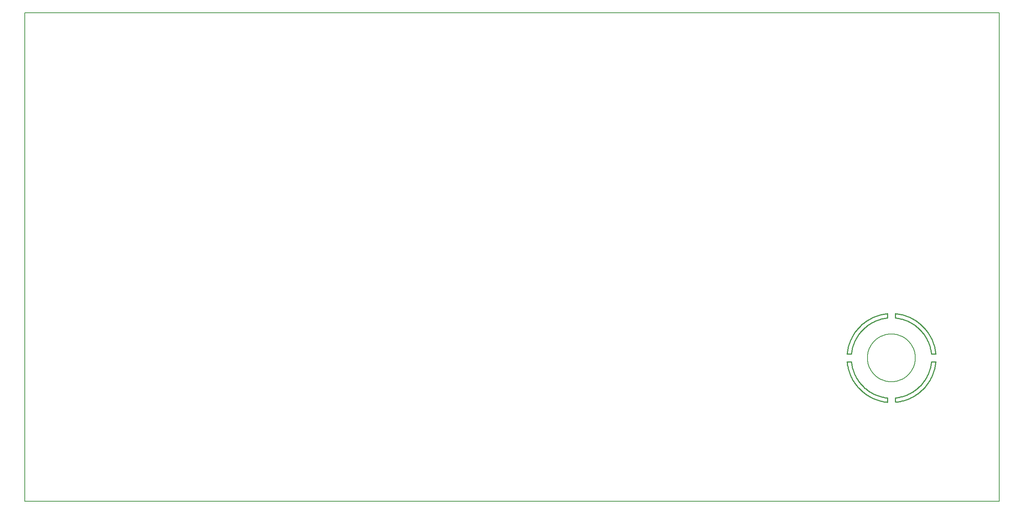
<source format=gko>
G04*
G04 #@! TF.GenerationSoftware,Altium Limited,Altium Designer,21.5.1 (32)*
G04*
G04 Layer_Color=16711935*
%FSLAX25Y25*%
%MOIN*%
G70*
G04*
G04 #@! TF.SameCoordinates,D9A27908-B339-4E15-AEEB-BE0A6D91D8F4*
G04*
G04*
G04 #@! TF.FilePolarity,Positive*
G04*
G01*
G75*
%ADD11C,0.01000*%
%ADD145C,0.00591*%
D11*
X773805Y-342680D02*
X774795Y-342562D01*
X775782Y-342416D01*
X776765Y-342243D01*
X777742Y-342042D01*
X778714Y-341814D01*
X779678Y-341560D01*
X780635Y-341278D01*
X781584Y-340969D01*
X782524Y-340635D01*
X783454Y-340274D01*
X784374Y-339887D01*
X785282Y-339475D01*
X786179Y-339037D01*
X787063Y-338575D01*
X787934Y-338088D01*
X788791Y-337576D01*
X789633Y-337041D01*
X790460Y-336483D01*
X791271Y-335902D01*
X792065Y-335298D01*
X792842Y-334673D01*
X793602Y-334026D01*
X794343Y-333358D01*
X795065Y-332669D01*
X795767Y-331961D01*
X796450Y-331233D01*
X797112Y-330487D01*
X797753Y-329722D01*
X798372Y-328940D01*
X798969Y-328140D01*
X799543Y-327325D01*
X800095Y-326493D01*
X800623Y-325647D01*
X801127Y-324786D01*
X801607Y-323911D01*
X802062Y-323023D01*
X802492Y-322123D01*
X802897Y-321211D01*
X803276Y-320288D01*
X803629Y-319355D01*
X803957Y-318413D01*
X804257Y-317461D01*
X804531Y-316502D01*
X804778Y-315535D01*
X804998Y-314562D01*
X805190Y-313583D01*
X805355Y-312599D01*
X805493Y-311611D01*
X805603Y-310620D01*
X734511Y-310605D02*
X734621Y-311606D01*
X734760Y-312604D01*
X734927Y-313597D01*
X735121Y-314585D01*
X735344Y-315568D01*
X735594Y-316544D01*
X735871Y-317512D01*
X736176Y-318472D01*
X736508Y-319423D01*
X736866Y-320364D01*
X737251Y-321295D01*
X737661Y-322215D01*
X738098Y-323123D01*
X738560Y-324018D01*
X739047Y-324899D01*
X739558Y-325767D01*
X740094Y-326620D01*
X740654Y-327457D01*
X741237Y-328279D01*
X741843Y-329083D01*
X742471Y-329870D01*
X743122Y-330639D01*
X743794Y-331390D01*
X744486Y-332121D01*
X745199Y-332833D01*
X745932Y-333524D01*
X746684Y-334194D01*
X747455Y-334842D01*
X748243Y-335469D01*
X749049Y-336073D01*
X749872Y-336655D01*
X750710Y-337212D01*
X751564Y-337747D01*
X752433Y-338256D01*
X753316Y-338741D01*
X754212Y-339201D01*
X755121Y-339636D01*
X756041Y-340044D01*
X756973Y-340427D01*
X757915Y-340783D01*
X758867Y-341113D01*
X759828Y-341415D01*
X760796Y-341690D01*
X761773Y-341938D01*
X762756Y-342159D01*
X763744Y-342351D01*
X764738Y-342516D01*
X765736Y-342652D01*
X766737Y-342761D01*
X766642Y-271643D02*
X765647Y-271754D01*
X764654Y-271892D01*
X763666Y-272058D01*
X762683Y-272252D01*
X761706Y-272473D01*
X760735Y-272722D01*
X759772Y-272997D01*
X758816Y-273300D01*
X757870Y-273629D01*
X756933Y-273985D01*
X756007Y-274367D01*
X755092Y-274775D01*
X754188Y-275208D01*
X753298Y-275666D01*
X752420Y-276150D01*
X751556Y-276657D01*
X750707Y-277189D01*
X749873Y-277744D01*
X749054Y-278323D01*
X748253Y-278924D01*
X747469Y-279548D01*
X746702Y-280193D01*
X745954Y-280859D01*
X745225Y-281547D01*
X744515Y-282254D01*
X743826Y-282981D01*
X743157Y-283727D01*
X742510Y-284492D01*
X741884Y-285274D01*
X741280Y-286074D01*
X740699Y-286891D01*
X740141Y-287723D01*
X739607Y-288570D01*
X739096Y-289433D01*
X738611Y-290309D01*
X738149Y-291199D01*
X737714Y-292101D01*
X737303Y-293015D01*
X736918Y-293940D01*
X736560Y-294876D01*
X736228Y-295821D01*
X735922Y-296775D01*
X735643Y-297738D01*
X735392Y-298708D01*
X735168Y-299684D01*
X734971Y-300667D01*
X734802Y-301654D01*
X734661Y-302646D01*
X734547Y-303642D01*
X805571Y-303597D02*
X805457Y-302606D01*
X805315Y-301619D01*
X805145Y-300635D01*
X804948Y-299657D01*
X804724Y-298685D01*
X804473Y-297720D01*
X804195Y-296762D01*
X803890Y-295812D01*
X803559Y-294871D01*
X803201Y-293939D01*
X802818Y-293018D01*
X802409Y-292108D01*
X801975Y-291210D01*
X801516Y-290324D01*
X801032Y-289452D01*
X800524Y-288593D01*
X799992Y-287749D01*
X799437Y-286920D01*
X798859Y-286107D01*
X798258Y-285311D01*
X797635Y-284531D01*
X796991Y-283770D01*
X796326Y-283026D01*
X795640Y-282302D01*
X794934Y-281597D01*
X794209Y-280912D01*
X793465Y-280247D01*
X792702Y-279604D01*
X791922Y-278982D01*
X791125Y-278382D01*
X790311Y-277805D01*
X789482Y-277251D01*
X788637Y-276720D01*
X787778Y-276213D01*
X786905Y-275730D01*
X786019Y-275272D01*
X785120Y-274838D01*
X784210Y-274430D01*
X783289Y-274048D01*
X782357Y-273692D01*
X781415Y-273361D01*
X780465Y-273058D01*
X779507Y-272781D01*
X778541Y-272530D01*
X777569Y-272307D01*
X776590Y-272112D01*
X775607Y-271943D01*
X774619Y-271802D01*
X773628Y-271689D01*
X730706Y-310523D02*
X730804Y-311525D01*
X730927Y-312524D01*
X731076Y-313520D01*
X731250Y-314511D01*
X731449Y-315497D01*
X731673Y-316479D01*
X731922Y-317454D01*
X732196Y-318422D01*
X732495Y-319384D01*
X732818Y-320337D01*
X733165Y-321282D01*
X733536Y-322217D01*
X733930Y-323143D01*
X734349Y-324059D01*
X734790Y-324963D01*
X735254Y-325856D01*
X735741Y-326737D01*
X736250Y-327605D01*
X736781Y-328460D01*
X737334Y-329302D01*
X737908Y-330128D01*
X738503Y-330940D01*
X739118Y-331737D01*
X739753Y-332517D01*
X740408Y-333282D01*
X741083Y-334029D01*
X741776Y-334759D01*
X742487Y-335471D01*
X743217Y-336164D01*
X743963Y-336839D01*
X744727Y-337494D01*
X745507Y-338130D01*
X746304Y-338746D01*
X747115Y-339341D01*
X747942Y-339916D01*
X748782Y-340469D01*
X749637Y-341001D01*
X750505Y-341510D01*
X751386Y-341998D01*
X752278Y-342463D01*
X753183Y-342904D01*
X754098Y-343323D01*
X755023Y-343719D01*
X755959Y-344090D01*
X756903Y-344438D01*
X757857Y-344761D01*
X758818Y-345060D01*
X759786Y-345335D01*
X760761Y-345585D01*
X761742Y-345810D01*
X762728Y-346009D01*
X763720Y-346184D01*
X764715Y-346333D01*
X765714Y-346457D01*
X766715Y-346556D01*
X773804Y-346509D02*
X774796Y-346402D01*
X775784Y-346271D01*
X776770Y-346114D01*
X777750Y-345933D01*
X778726Y-345727D01*
X779697Y-345496D01*
X780661Y-345241D01*
X781618Y-344962D01*
X782569Y-344658D01*
X783511Y-344331D01*
X784444Y-343980D01*
X785369Y-343606D01*
X786283Y-343208D01*
X787188Y-342787D01*
X788081Y-342344D01*
X788963Y-341878D01*
X789833Y-341390D01*
X790691Y-340881D01*
X791535Y-340350D01*
X792365Y-339797D01*
X793182Y-339224D01*
X793983Y-338631D01*
X794769Y-338017D01*
X795540Y-337384D01*
X796294Y-336731D01*
X797032Y-336060D01*
X797753Y-335370D01*
X798455Y-334662D01*
X799140Y-333937D01*
X799806Y-333195D01*
X800454Y-332436D01*
X801081Y-331661D01*
X801690Y-330870D01*
X802277Y-330065D01*
X802845Y-329244D01*
X803391Y-328410D01*
X803917Y-327562D01*
X804420Y-326701D01*
X804902Y-325828D01*
X805362Y-324943D01*
X805799Y-324046D01*
X806213Y-323139D01*
X806605Y-322222D01*
X806973Y-321295D01*
X807317Y-320358D01*
X807638Y-319414D01*
X807935Y-318462D01*
X808207Y-317502D01*
X808456Y-316536D01*
X808680Y-315564D01*
X808879Y-314587D01*
X809053Y-313605D01*
X809203Y-312619D01*
X809328Y-311630D01*
X809428Y-310637D01*
X766678Y-267831D02*
X765681Y-267930D01*
X764687Y-268054D01*
X763696Y-268203D01*
X762710Y-268377D01*
X761728Y-268577D01*
X760752Y-268801D01*
X759782Y-269050D01*
X758818Y-269323D01*
X757861Y-269621D01*
X756913Y-269943D01*
X755972Y-270289D01*
X755041Y-270658D01*
X754120Y-271051D01*
X753209Y-271468D01*
X752309Y-271907D01*
X751420Y-272369D01*
X750543Y-272853D01*
X749679Y-273360D01*
X748827Y-273888D01*
X747990Y-274437D01*
X747167Y-275008D01*
X746358Y-275599D01*
X745565Y-276211D01*
X744787Y-276843D01*
X744026Y-277494D01*
X743281Y-278164D01*
X742554Y-278853D01*
X741844Y-279560D01*
X741153Y-280285D01*
X740480Y-281027D01*
X739826Y-281786D01*
X739192Y-282561D01*
X738578Y-283352D01*
X737983Y-284159D01*
X737410Y-284980D01*
X736857Y-285816D01*
X736326Y-286665D01*
X735816Y-287527D01*
X735329Y-288402D01*
X734864Y-289290D01*
X734421Y-290188D01*
X734002Y-291098D01*
X733606Y-292018D01*
X733233Y-292948D01*
X732884Y-293887D01*
X732558Y-294834D01*
X732257Y-295790D01*
X731980Y-296752D01*
X731728Y-297722D01*
X731500Y-298697D01*
X731298Y-299678D01*
X731120Y-300664D01*
X730967Y-301654D01*
X730839Y-302648D01*
X730737Y-303644D01*
X809433Y-303634D02*
X809331Y-302641D01*
X809203Y-301650D01*
X809051Y-300663D01*
X808873Y-299680D01*
X808671Y-298702D01*
X808445Y-297729D01*
X808193Y-296762D01*
X807918Y-295802D01*
X807618Y-294849D01*
X807294Y-293904D01*
X806946Y-292968D01*
X806575Y-292040D01*
X806181Y-291123D01*
X805763Y-290215D01*
X805323Y-289319D01*
X804860Y-288434D01*
X804375Y-287560D01*
X803868Y-286700D01*
X803339Y-285852D01*
X802790Y-285018D01*
X802219Y-284198D01*
X801628Y-283394D01*
X801016Y-282604D01*
X800385Y-281830D01*
X799734Y-281071D01*
X799065Y-280330D01*
X798377Y-279606D01*
X797671Y-278900D01*
X796947Y-278211D01*
X796206Y-277541D01*
X795448Y-276890D01*
X794674Y-276259D01*
X793885Y-275647D01*
X793080Y-275055D01*
X792261Y-274484D01*
X791427Y-273934D01*
X790580Y-273405D01*
X789719Y-272898D01*
X788846Y-272412D01*
X787961Y-271949D01*
X787065Y-271508D01*
X786158Y-271090D01*
X785240Y-270695D01*
X784313Y-270324D01*
X783377Y-269976D01*
X782432Y-269652D01*
X781479Y-269351D01*
X780519Y-269075D01*
X779553Y-268823D01*
X778580Y-268596D01*
X777602Y-268394D01*
X776619Y-268216D01*
X775632Y-268063D01*
X774641Y-267935D01*
X773647Y-267832D01*
X773721Y-346457D02*
Y-342815D01*
X730807Y-303642D02*
X734547D01*
X773622Y-271654D02*
Y-267913D01*
X766732Y-346457D02*
Y-342815D01*
X730709Y-310531D02*
X734449D01*
X805610Y-303642D02*
X809350Y-303642D01*
X805610Y-310531D02*
X809252D01*
X766732Y-271654D02*
Y-267913D01*
D145*
X791339Y-307185D02*
X791315Y-306189D01*
X791245Y-305194D01*
X791129Y-304204D01*
X790966Y-303221D01*
X790757Y-302246D01*
X790503Y-301283D01*
X790204Y-300332D01*
X789860Y-299396D01*
X789473Y-298477D01*
X789044Y-297578D01*
X788573Y-296699D01*
X788061Y-295844D01*
X787510Y-295014D01*
X786920Y-294210D01*
X786293Y-293435D01*
X785631Y-292690D01*
X784935Y-291977D01*
X784205Y-291297D01*
X783445Y-290653D01*
X782655Y-290044D01*
X781838Y-289474D01*
X780995Y-288942D01*
X780128Y-288450D01*
X779239Y-288000D01*
X778330Y-287592D01*
X777402Y-287226D01*
X776459Y-286905D01*
X775501Y-286628D01*
X774531Y-286397D01*
X773552Y-286211D01*
X772565Y-286071D01*
X771573Y-285978D01*
X770577Y-285931D01*
X769580D01*
X768585Y-285978D01*
X767592Y-286071D01*
X766605Y-286211D01*
X765626Y-286397D01*
X764657Y-286628D01*
X763699Y-286905D01*
X762755Y-287226D01*
X761828Y-287592D01*
X760919Y-288000D01*
X760029Y-288450D01*
X759162Y-288942D01*
X758319Y-289474D01*
X757502Y-290044D01*
X756712Y-290653D01*
X755952Y-291297D01*
X755223Y-291977D01*
X754527Y-292690D01*
X753864Y-293435D01*
X753237Y-294210D01*
X752648Y-295014D01*
X752097Y-295844D01*
X751585Y-296699D01*
X751114Y-297578D01*
X750684Y-298477D01*
X750297Y-299396D01*
X749954Y-300332D01*
X749655Y-301283D01*
X749401Y-302246D01*
X749192Y-303221D01*
X749029Y-304204D01*
X748912Y-305194D01*
X748842Y-306189D01*
X748819Y-307185D01*
X748842Y-308182D01*
X748912Y-309176D01*
X749029Y-310166D01*
X749192Y-311149D01*
X749401Y-312124D01*
X749655Y-313088D01*
X749954Y-314038D01*
X750297Y-314974D01*
X750684Y-315893D01*
X751114Y-316792D01*
X751585Y-317671D01*
X752097Y-318526D01*
X752648Y-319356D01*
X753237Y-320160D01*
X753864Y-320935D01*
X754527Y-321680D01*
X755223Y-322393D01*
X755952Y-323073D01*
X756712Y-323717D01*
X757502Y-324326D01*
X758319Y-324897D01*
X759162Y-325428D01*
X760030Y-325920D01*
X760919Y-326370D01*
X761828Y-326779D01*
X762755Y-327144D01*
X763699Y-327465D01*
X764657Y-327742D01*
X765626Y-327973D01*
X766605Y-328159D01*
X767592Y-328299D01*
X768585Y-328392D01*
X769580Y-328439D01*
X770577D01*
X771573Y-328392D01*
X772565Y-328299D01*
X773552Y-328159D01*
X774531Y-327973D01*
X775501Y-327742D01*
X776459Y-327465D01*
X777402Y-327144D01*
X778330Y-326779D01*
X779239Y-326370D01*
X780128Y-325920D01*
X780995Y-325428D01*
X781838Y-324897D01*
X782655Y-324326D01*
X783445Y-323717D01*
X784205Y-323073D01*
X784934Y-322393D01*
X785631Y-321680D01*
X786293Y-320935D01*
X786920Y-320160D01*
X787510Y-319357D01*
X788061Y-318526D01*
X788573Y-317671D01*
X789044Y-316792D01*
X789473Y-315893D01*
X789860Y-314974D01*
X790204Y-314039D01*
X790503Y-313088D01*
X790757Y-312124D01*
X790966Y-311149D01*
X791129Y-310166D01*
X791245Y-309176D01*
X791315Y-308182D01*
X791339Y-307185D01*
X205Y-434835D02*
X865937D01*
X205Y-205D02*
X865937D01*
Y-434835D02*
Y-205D01*
X205Y-434835D02*
Y-205D01*
M02*

</source>
